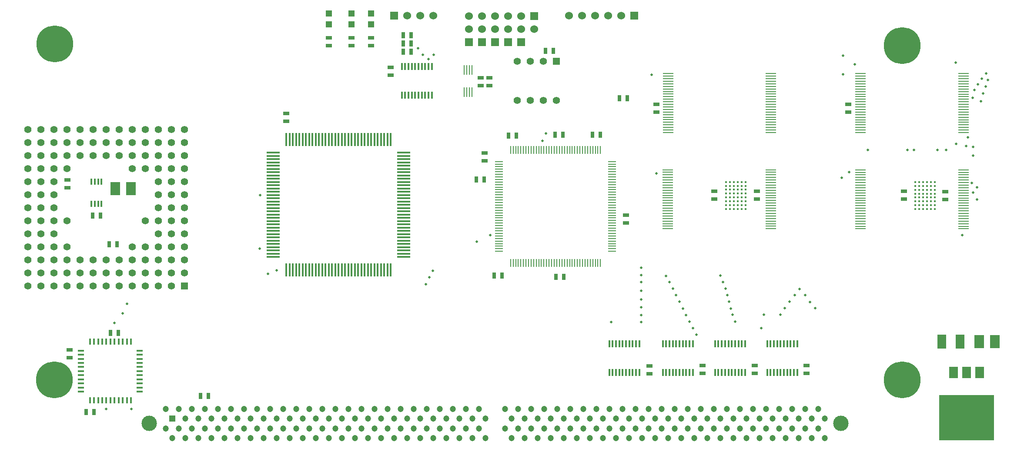
<source format=gts>
G04 (created by PCBNEW (2013-07-07 BZR 4022)-stable) date 2015-08-26 18:09:03*
%MOIN*%
G04 Gerber Fmt 3.4, Leading zero omitted, Abs format*
%FSLAX34Y34*%
G01*
G70*
G90*
G04 APERTURE LIST*
%ADD10C,0.00590551*%
%ADD11C,0.0161417*%
%ADD12C,0.055*%
%ADD13R,0.055X0.055*%
%ADD14R,0.0098X0.075*%
%ADD15R,0.0165X0.0579*%
%ADD16R,0.0787X0.0078*%
%ADD17R,0.06X0.01*%
%ADD18R,0.01X0.06*%
%ADD19R,0.07X0.11*%
%ADD20R,0.025X0.045*%
%ADD21R,0.045X0.025*%
%ADD22R,0.1X0.015*%
%ADD23R,0.015X0.1*%
%ADD24R,0.06X0.06*%
%ADD25C,0.06*%
%ADD26R,0.015X0.05*%
%ADD27R,0.0472X0.0472*%
%ADD28R,0.42X0.35*%
%ADD29R,0.07X0.09*%
%ADD30R,0.0768X0.0984*%
%ADD31R,0.016X0.05*%
%ADD32R,0.05X0.016*%
%ADD33C,0.0472441*%
%ADD34R,0.0472441X0.0472441*%
%ADD35C,0.11811*%
%ADD36C,0.28189*%
%ADD37C,0.019685*%
G04 APERTURE END LIST*
G54D10*
G54D11*
X84178Y-24761D03*
X83882Y-24761D03*
X83587Y-24761D03*
X83292Y-24761D03*
X82997Y-24761D03*
X82701Y-24761D03*
X84178Y-25056D03*
X83882Y-25056D03*
X83587Y-25056D03*
X83292Y-25056D03*
X82997Y-25056D03*
X82701Y-25056D03*
X84178Y-25352D03*
X84178Y-25647D03*
X84178Y-25942D03*
X84178Y-26237D03*
X84178Y-26533D03*
X84178Y-26828D03*
X83882Y-25352D03*
X83587Y-25352D03*
X83292Y-25352D03*
X82997Y-25352D03*
X82701Y-25352D03*
X83882Y-25647D03*
X83587Y-25647D03*
X83292Y-25647D03*
X82997Y-25647D03*
X82701Y-25647D03*
X83882Y-25942D03*
X83587Y-25942D03*
X83292Y-25942D03*
X82997Y-25942D03*
X82701Y-25942D03*
X83882Y-26237D03*
X83587Y-26237D03*
X83292Y-26237D03*
X82997Y-26237D03*
X82701Y-26237D03*
X83882Y-26533D03*
X83587Y-26533D03*
X83292Y-26533D03*
X82997Y-26533D03*
X82701Y-26533D03*
X83882Y-26828D03*
X83587Y-26828D03*
X83292Y-26828D03*
X82997Y-26828D03*
X82701Y-26828D03*
X69685Y-24751D03*
X69389Y-24751D03*
X69094Y-24751D03*
X68799Y-24751D03*
X68504Y-24751D03*
X68208Y-24751D03*
X69685Y-25046D03*
X69389Y-25046D03*
X69094Y-25046D03*
X68799Y-25046D03*
X68504Y-25046D03*
X68208Y-25046D03*
X69685Y-25342D03*
X69685Y-25637D03*
X69685Y-25932D03*
X69685Y-26227D03*
X69685Y-26523D03*
X69685Y-26818D03*
X69389Y-25342D03*
X69094Y-25342D03*
X68799Y-25342D03*
X68504Y-25342D03*
X68208Y-25342D03*
X69389Y-25637D03*
X69094Y-25637D03*
X68799Y-25637D03*
X68504Y-25637D03*
X68208Y-25637D03*
X69389Y-25932D03*
X69094Y-25932D03*
X68799Y-25932D03*
X68504Y-25932D03*
X68208Y-25932D03*
X69389Y-26227D03*
X69094Y-26227D03*
X68799Y-26227D03*
X68504Y-26227D03*
X68208Y-26227D03*
X69389Y-26523D03*
X69094Y-26523D03*
X68799Y-26523D03*
X68504Y-26523D03*
X68208Y-26523D03*
X69389Y-26818D03*
X69094Y-26818D03*
X68799Y-26818D03*
X68504Y-26818D03*
X68208Y-26818D03*
G54D12*
X26702Y-20728D03*
X25702Y-20728D03*
X24702Y-20728D03*
X26702Y-21728D03*
X25702Y-21728D03*
X24702Y-21728D03*
X26702Y-22728D03*
X25702Y-22728D03*
X24702Y-22728D03*
X26702Y-23728D03*
X25702Y-23728D03*
X24702Y-23728D03*
X26702Y-24728D03*
X25702Y-24728D03*
X24702Y-24728D03*
X26702Y-25728D03*
X25702Y-25728D03*
X24702Y-25728D03*
X26702Y-26728D03*
X25702Y-26728D03*
X24702Y-26728D03*
X26702Y-27728D03*
X25702Y-27728D03*
X24702Y-27728D03*
X26702Y-28728D03*
X25702Y-28728D03*
X24702Y-28728D03*
X26702Y-29728D03*
X25702Y-29728D03*
X24702Y-29728D03*
X26702Y-30728D03*
X25702Y-30728D03*
X24702Y-30728D03*
X23702Y-30728D03*
X22702Y-30728D03*
X21702Y-30728D03*
X20702Y-30728D03*
X19702Y-30728D03*
X18702Y-30728D03*
X17702Y-30728D03*
X16702Y-30728D03*
X15702Y-30728D03*
X14702Y-30728D03*
X26702Y-31728D03*
X25702Y-31728D03*
X24702Y-31728D03*
X23702Y-31728D03*
X22702Y-31728D03*
X21702Y-31728D03*
X20702Y-31728D03*
X19702Y-31728D03*
X18702Y-31728D03*
X17702Y-31728D03*
X16702Y-31728D03*
X15702Y-31728D03*
X14702Y-31728D03*
G54D13*
X26702Y-32728D03*
G54D12*
X25702Y-32728D03*
X24702Y-32728D03*
X23702Y-32728D03*
X22702Y-32728D03*
X21702Y-32728D03*
X20702Y-32728D03*
X19702Y-32728D03*
X18702Y-32728D03*
X17702Y-32728D03*
X16702Y-32728D03*
X15702Y-32728D03*
X14702Y-32728D03*
X23702Y-20728D03*
X22702Y-20728D03*
X21702Y-20728D03*
X20702Y-20728D03*
X19702Y-20728D03*
X18702Y-20728D03*
X17702Y-20728D03*
X16702Y-20728D03*
X15702Y-20728D03*
X14702Y-20728D03*
X23702Y-21728D03*
X22702Y-21728D03*
X21702Y-21728D03*
X20702Y-21728D03*
X19702Y-21728D03*
X18702Y-21728D03*
X17702Y-21728D03*
X16702Y-21728D03*
X15702Y-21728D03*
X14702Y-21728D03*
X23702Y-22728D03*
X22702Y-22728D03*
X21702Y-22728D03*
X20702Y-22728D03*
X19702Y-22728D03*
X18702Y-22728D03*
X17702Y-22728D03*
X16702Y-22728D03*
X15702Y-22728D03*
X14702Y-22728D03*
X16702Y-23728D03*
X15702Y-23728D03*
X14702Y-23728D03*
X16702Y-24728D03*
X15702Y-24728D03*
X14702Y-24728D03*
X16702Y-25728D03*
X15702Y-25728D03*
X14702Y-25728D03*
X16702Y-26728D03*
X15702Y-26728D03*
X14702Y-26728D03*
X16702Y-27728D03*
X15702Y-27728D03*
X14702Y-27728D03*
X16702Y-28728D03*
X15702Y-28728D03*
X14702Y-28728D03*
X16702Y-29728D03*
X15702Y-29728D03*
X14702Y-29728D03*
X23702Y-29728D03*
X23702Y-23728D03*
X17702Y-23728D03*
X17702Y-29728D03*
X22702Y-29728D03*
X22702Y-23728D03*
X23702Y-27728D03*
X17702Y-27728D03*
G54D14*
X48122Y-17856D03*
X48322Y-17856D03*
X48522Y-17856D03*
X48722Y-17856D03*
X48722Y-16156D03*
X48522Y-16156D03*
X48322Y-16156D03*
X48122Y-16156D03*
G54D15*
X60528Y-37148D03*
X60272Y-37148D03*
X60016Y-37148D03*
X59760Y-37148D03*
X61292Y-39350D03*
X61296Y-37148D03*
X61040Y-37148D03*
X60784Y-37148D03*
X59504Y-39352D03*
X59760Y-39352D03*
X60016Y-39352D03*
X60272Y-39352D03*
X60528Y-39352D03*
X60784Y-39352D03*
X59504Y-37148D03*
X61040Y-39350D03*
X61552Y-37148D03*
X59248Y-37148D03*
X59248Y-39352D03*
X61552Y-39352D03*
X68631Y-37146D03*
X68375Y-37146D03*
X68119Y-37146D03*
X67863Y-37146D03*
X69395Y-39348D03*
X69399Y-37146D03*
X69143Y-37146D03*
X68887Y-37146D03*
X67607Y-39350D03*
X67863Y-39350D03*
X68119Y-39350D03*
X68375Y-39350D03*
X68631Y-39350D03*
X68887Y-39350D03*
X67607Y-37146D03*
X69143Y-39348D03*
X69655Y-37146D03*
X67351Y-37146D03*
X67351Y-39350D03*
X69655Y-39350D03*
X64628Y-37148D03*
X64372Y-37148D03*
X64116Y-37148D03*
X63860Y-37148D03*
X65392Y-39350D03*
X65396Y-37148D03*
X65140Y-37148D03*
X64884Y-37148D03*
X63604Y-39352D03*
X63860Y-39352D03*
X64116Y-39352D03*
X64372Y-39352D03*
X64628Y-39352D03*
X64884Y-39352D03*
X63604Y-37148D03*
X65140Y-39350D03*
X65652Y-37148D03*
X63348Y-37148D03*
X63348Y-39352D03*
X65652Y-39352D03*
X72628Y-37146D03*
X72372Y-37146D03*
X72116Y-37146D03*
X71860Y-37146D03*
X73392Y-39348D03*
X73396Y-37146D03*
X73140Y-37146D03*
X72884Y-37146D03*
X71604Y-39350D03*
X71860Y-39350D03*
X72116Y-39350D03*
X72372Y-39350D03*
X72628Y-39350D03*
X72884Y-39350D03*
X71604Y-37146D03*
X73140Y-39348D03*
X73652Y-37146D03*
X71348Y-37146D03*
X71348Y-39350D03*
X73652Y-39350D03*
X44372Y-18102D03*
X44628Y-18102D03*
X44884Y-18102D03*
X45140Y-18102D03*
X43608Y-15900D03*
X43604Y-18102D03*
X43860Y-18102D03*
X44116Y-18102D03*
X45396Y-15898D03*
X45140Y-15898D03*
X44884Y-15898D03*
X44628Y-15898D03*
X44372Y-15898D03*
X44116Y-15898D03*
X45396Y-18102D03*
X43860Y-15900D03*
X43348Y-18102D03*
X45652Y-18102D03*
X45652Y-15898D03*
X43348Y-15898D03*
G54D16*
X86381Y-20965D03*
X86381Y-20768D03*
X86381Y-20572D03*
X86381Y-20375D03*
X86381Y-20178D03*
X86381Y-19981D03*
X86381Y-19784D03*
X86381Y-19587D03*
X86381Y-19390D03*
X86381Y-19194D03*
X86381Y-18997D03*
X86381Y-18800D03*
X86381Y-18604D03*
X86381Y-18407D03*
X86381Y-18210D03*
X86381Y-18014D03*
X86381Y-17817D03*
X86381Y-17620D03*
X86381Y-17423D03*
X86381Y-17226D03*
X86381Y-17029D03*
X86381Y-16832D03*
X86381Y-16636D03*
X86381Y-16439D03*
X78507Y-16439D03*
X78507Y-16636D03*
X78507Y-16832D03*
X78507Y-17029D03*
X78507Y-17226D03*
X78507Y-17423D03*
X78507Y-17620D03*
X78507Y-17817D03*
X78507Y-18014D03*
X78507Y-18210D03*
X78507Y-18407D03*
X78507Y-18604D03*
X78507Y-18800D03*
X78507Y-18997D03*
X78507Y-19194D03*
X78507Y-19390D03*
X78507Y-19587D03*
X78507Y-19784D03*
X78507Y-19981D03*
X78507Y-20178D03*
X78507Y-20375D03*
X78507Y-20572D03*
X78507Y-20768D03*
X78507Y-20965D03*
X71627Y-20963D03*
X71627Y-20766D03*
X71627Y-20570D03*
X71627Y-20373D03*
X71627Y-20176D03*
X71627Y-19979D03*
X71627Y-19782D03*
X71627Y-19585D03*
X71627Y-19388D03*
X71627Y-19192D03*
X71627Y-18995D03*
X71627Y-18798D03*
X71627Y-18602D03*
X71627Y-18405D03*
X71627Y-18208D03*
X71627Y-18012D03*
X71627Y-17815D03*
X71627Y-17618D03*
X71627Y-17421D03*
X71627Y-17224D03*
X71627Y-17027D03*
X71627Y-16830D03*
X71627Y-16634D03*
X71627Y-16437D03*
X63753Y-16437D03*
X63753Y-16634D03*
X63753Y-16830D03*
X63753Y-17027D03*
X63753Y-17224D03*
X63753Y-17421D03*
X63753Y-17618D03*
X63753Y-17815D03*
X63753Y-18012D03*
X63753Y-18208D03*
X63753Y-18405D03*
X63753Y-18602D03*
X63753Y-18798D03*
X63753Y-18995D03*
X63753Y-19192D03*
X63753Y-19388D03*
X63753Y-19585D03*
X63753Y-19782D03*
X63753Y-19979D03*
X63753Y-20176D03*
X63753Y-20373D03*
X63753Y-20570D03*
X63753Y-20766D03*
X63753Y-20963D03*
X71609Y-28340D03*
X71609Y-28143D03*
X71609Y-27947D03*
X71609Y-27750D03*
X71609Y-27553D03*
X71609Y-27356D03*
X71609Y-27159D03*
X71609Y-26962D03*
X71609Y-26765D03*
X71609Y-26569D03*
X71609Y-26372D03*
X71609Y-26175D03*
X71609Y-25979D03*
X71609Y-25782D03*
X71609Y-25585D03*
X71609Y-25389D03*
X71609Y-25192D03*
X71609Y-24995D03*
X71609Y-24798D03*
X71609Y-24601D03*
X71609Y-24404D03*
X71609Y-24207D03*
X71609Y-24011D03*
X71609Y-23814D03*
X63735Y-23814D03*
X63735Y-24011D03*
X63735Y-24207D03*
X63735Y-24404D03*
X63735Y-24601D03*
X63735Y-24798D03*
X63735Y-24995D03*
X63735Y-25192D03*
X63735Y-25389D03*
X63735Y-25585D03*
X63735Y-25782D03*
X63735Y-25979D03*
X63735Y-26175D03*
X63735Y-26372D03*
X63735Y-26569D03*
X63735Y-26765D03*
X63735Y-26962D03*
X63735Y-27159D03*
X63735Y-27356D03*
X63735Y-27553D03*
X63735Y-27750D03*
X63735Y-27947D03*
X63735Y-28143D03*
X63735Y-28340D03*
X86381Y-28344D03*
X86381Y-28147D03*
X86381Y-27951D03*
X86381Y-27754D03*
X86381Y-27557D03*
X86381Y-27360D03*
X86381Y-27163D03*
X86381Y-26966D03*
X86381Y-26769D03*
X86381Y-26573D03*
X86381Y-26376D03*
X86381Y-26179D03*
X86381Y-25983D03*
X86381Y-25786D03*
X86381Y-25589D03*
X86381Y-25393D03*
X86381Y-25196D03*
X86381Y-24999D03*
X86381Y-24802D03*
X86381Y-24605D03*
X86381Y-24408D03*
X86381Y-24211D03*
X86381Y-24015D03*
X86381Y-23818D03*
X78507Y-23818D03*
X78507Y-24015D03*
X78507Y-24211D03*
X78507Y-24408D03*
X78507Y-24605D03*
X78507Y-24802D03*
X78507Y-24999D03*
X78507Y-25196D03*
X78507Y-25393D03*
X78507Y-25589D03*
X78507Y-25786D03*
X78507Y-25983D03*
X78507Y-26179D03*
X78507Y-26376D03*
X78507Y-26573D03*
X78507Y-26769D03*
X78507Y-26966D03*
X78507Y-27163D03*
X78507Y-27360D03*
X78507Y-27557D03*
X78507Y-27754D03*
X78507Y-27951D03*
X78507Y-28147D03*
X78507Y-28344D03*
G54D17*
X50800Y-23180D03*
X50800Y-23380D03*
X50800Y-23575D03*
X50800Y-23770D03*
X50800Y-23970D03*
X50800Y-24165D03*
X50800Y-24360D03*
X50800Y-24560D03*
X50800Y-24755D03*
X50800Y-24950D03*
X50800Y-25150D03*
X50800Y-25345D03*
X50800Y-25540D03*
X50800Y-25740D03*
X50800Y-25935D03*
X50800Y-26130D03*
X50800Y-26330D03*
X50800Y-26525D03*
X50800Y-26725D03*
X50800Y-26920D03*
X50800Y-27120D03*
X50800Y-27315D03*
X50800Y-27510D03*
X50800Y-27710D03*
X50800Y-27905D03*
X50800Y-28100D03*
X50800Y-28300D03*
X50800Y-28495D03*
X50800Y-28690D03*
X50800Y-28890D03*
X50800Y-29085D03*
X50800Y-29280D03*
X50800Y-29480D03*
X50800Y-29675D03*
X50800Y-29870D03*
X50800Y-30070D03*
G54D18*
X57390Y-30950D03*
X57585Y-30950D03*
X57780Y-30950D03*
X57980Y-30950D03*
X58175Y-30950D03*
X58370Y-30950D03*
X58570Y-30950D03*
X57585Y-22300D03*
X57390Y-22300D03*
X57190Y-22300D03*
X56995Y-22300D03*
X56800Y-22300D03*
X56600Y-22300D03*
X56405Y-22300D03*
X56210Y-22300D03*
X56010Y-22300D03*
X55815Y-22300D03*
X55620Y-22300D03*
X55420Y-22300D03*
X55225Y-22300D03*
X55025Y-22300D03*
X54830Y-22300D03*
X54630Y-22300D03*
X54435Y-22300D03*
X54240Y-22300D03*
X54040Y-22300D03*
X53845Y-22300D03*
X53650Y-22300D03*
X53450Y-22300D03*
X53255Y-22300D03*
X53060Y-22300D03*
X52860Y-22300D03*
X52665Y-22300D03*
X52470Y-22300D03*
X52270Y-22300D03*
X52075Y-22300D03*
X51880Y-22300D03*
X51680Y-22300D03*
X51680Y-30950D03*
X51880Y-30950D03*
X52075Y-30950D03*
X52270Y-30950D03*
X52470Y-30950D03*
X52665Y-30950D03*
X52860Y-30950D03*
X53060Y-30950D03*
X53255Y-30950D03*
X53450Y-30950D03*
X53650Y-30950D03*
X53845Y-30950D03*
X54040Y-30950D03*
X54240Y-30950D03*
X54435Y-30950D03*
X54630Y-30950D03*
X54830Y-30950D03*
X55025Y-30950D03*
X55225Y-30950D03*
X55420Y-30950D03*
X55620Y-30950D03*
X55815Y-30950D03*
X56010Y-30950D03*
X56210Y-30950D03*
X56405Y-30950D03*
X56600Y-30950D03*
X56800Y-30950D03*
X56995Y-30950D03*
X57190Y-30950D03*
G54D17*
X59450Y-29085D03*
X59450Y-28890D03*
X59450Y-28690D03*
X59450Y-28495D03*
X59450Y-28300D03*
X59450Y-28100D03*
X59450Y-27905D03*
X59450Y-27710D03*
X59450Y-27510D03*
X59450Y-27315D03*
X59450Y-27120D03*
X59450Y-26920D03*
X59450Y-26725D03*
X59450Y-26525D03*
X59450Y-26330D03*
X59450Y-26130D03*
X59450Y-25935D03*
X59450Y-25740D03*
X59450Y-25540D03*
X59450Y-25345D03*
X59450Y-25150D03*
X59450Y-24950D03*
X59450Y-24755D03*
X59450Y-24560D03*
X59450Y-24360D03*
X59450Y-24165D03*
X59450Y-23970D03*
X59450Y-23770D03*
X59450Y-23575D03*
X59450Y-23380D03*
X59450Y-23180D03*
X59450Y-30070D03*
X59450Y-29870D03*
X59450Y-29675D03*
X59450Y-29480D03*
X59450Y-29280D03*
G54D18*
X58570Y-22300D03*
X58370Y-22300D03*
X58175Y-22300D03*
X57980Y-22300D03*
X57780Y-22300D03*
G54D19*
X86133Y-37007D03*
X84733Y-37007D03*
G54D20*
X54946Y-14686D03*
X54346Y-14686D03*
G54D21*
X42500Y-16550D03*
X42500Y-15950D03*
X50050Y-16750D03*
X50050Y-17350D03*
G54D20*
X19651Y-27313D03*
X20251Y-27313D03*
G54D21*
X49400Y-16750D03*
X49400Y-17350D03*
X77553Y-18810D03*
X77553Y-19410D03*
X62865Y-18812D03*
X62865Y-19412D03*
X60520Y-27900D03*
X60520Y-27300D03*
G54D20*
X55075Y-21125D03*
X55675Y-21125D03*
G54D21*
X34500Y-20090D03*
X34500Y-19490D03*
X62330Y-39450D03*
X62330Y-38850D03*
X70400Y-39430D03*
X70400Y-38830D03*
X74350Y-39420D03*
X74350Y-38820D03*
X66380Y-39430D03*
X66380Y-38830D03*
G54D20*
X55170Y-32030D03*
X55770Y-32030D03*
X49644Y-24552D03*
X49044Y-24552D03*
X27930Y-41170D03*
X28530Y-41170D03*
X60040Y-18340D03*
X60640Y-18340D03*
X44050Y-14774D03*
X43450Y-14774D03*
G54D21*
X41000Y-14300D03*
X41000Y-13700D03*
X39500Y-14300D03*
X39500Y-13700D03*
X37750Y-14300D03*
X37750Y-13700D03*
G54D20*
X43450Y-13500D03*
X44050Y-13500D03*
X43450Y-14140D03*
X44050Y-14140D03*
G54D22*
X33500Y-26500D03*
X33500Y-26750D03*
X33500Y-27000D03*
X33500Y-27250D03*
X33500Y-27500D03*
X33500Y-27750D03*
X33500Y-28000D03*
X33500Y-28250D03*
X33500Y-28500D03*
X33500Y-28750D03*
X33500Y-29000D03*
X33500Y-29250D03*
X33500Y-29500D03*
X33500Y-29750D03*
X33500Y-30000D03*
X33500Y-30250D03*
X33500Y-30500D03*
G54D23*
X34500Y-31500D03*
X34750Y-31500D03*
X35000Y-31500D03*
X35250Y-31500D03*
X35500Y-31500D03*
X35750Y-31500D03*
X36000Y-31500D03*
X36250Y-31500D03*
X36500Y-31500D03*
X36750Y-31500D03*
X37000Y-31500D03*
X37250Y-31500D03*
X37500Y-31500D03*
X37750Y-31500D03*
X38000Y-31500D03*
X38250Y-31500D03*
X38500Y-31500D03*
X38750Y-31500D03*
X39000Y-31500D03*
X39250Y-31500D03*
X39500Y-31500D03*
X39750Y-31500D03*
X40000Y-31500D03*
X40250Y-31500D03*
X40500Y-31500D03*
X40750Y-31500D03*
X41000Y-31500D03*
X41250Y-31500D03*
X41500Y-31500D03*
X41750Y-31500D03*
X42000Y-31500D03*
X42250Y-31500D03*
X42500Y-31500D03*
X42500Y-21500D03*
X42250Y-21500D03*
X42000Y-21500D03*
X41750Y-21500D03*
X41500Y-21500D03*
X41250Y-21500D03*
X41000Y-21500D03*
X40750Y-21500D03*
X40500Y-21500D03*
X40250Y-21500D03*
X40000Y-21500D03*
X39750Y-21500D03*
X39500Y-21500D03*
X39250Y-21500D03*
X39000Y-21500D03*
X38750Y-21500D03*
X38500Y-21500D03*
X38250Y-21500D03*
X38000Y-21500D03*
X37750Y-21500D03*
X37500Y-21500D03*
X37250Y-21500D03*
X37000Y-21500D03*
X36750Y-21500D03*
X36500Y-21500D03*
X36250Y-21500D03*
X36000Y-21500D03*
X35750Y-21500D03*
X35500Y-21500D03*
X35250Y-21500D03*
X35000Y-21500D03*
X34750Y-21500D03*
X34500Y-21500D03*
G54D22*
X33500Y-22500D03*
X33500Y-22750D03*
X33500Y-23000D03*
X33500Y-23250D03*
X33500Y-23500D03*
X33500Y-23750D03*
X33500Y-24000D03*
X33500Y-24250D03*
X33500Y-24500D03*
X33500Y-24750D03*
X33500Y-25000D03*
X33500Y-25250D03*
X33500Y-25500D03*
X33500Y-25750D03*
X33500Y-26000D03*
X33500Y-26250D03*
X43500Y-30500D03*
X43500Y-30250D03*
X43500Y-30000D03*
X43500Y-29750D03*
X43500Y-29500D03*
X43500Y-29250D03*
X43500Y-29000D03*
X43500Y-28750D03*
X43500Y-28500D03*
X43500Y-28250D03*
X43500Y-28000D03*
X43500Y-27750D03*
X43500Y-27500D03*
X43500Y-27250D03*
X43500Y-27000D03*
X43500Y-26750D03*
X43500Y-26500D03*
X43500Y-26250D03*
X43500Y-25750D03*
X43500Y-25500D03*
X43500Y-25250D03*
X43500Y-25000D03*
X43500Y-24750D03*
X43500Y-24500D03*
X43500Y-24250D03*
X43500Y-24000D03*
X43500Y-23750D03*
X43500Y-23500D03*
X43500Y-23250D03*
X43500Y-23000D03*
X43500Y-22750D03*
X43500Y-22500D03*
X43500Y-26000D03*
G54D24*
X42750Y-12000D03*
G54D25*
X43750Y-12000D03*
X44750Y-12000D03*
X45750Y-12000D03*
G54D24*
X48480Y-14020D03*
G54D25*
X48480Y-13020D03*
X48480Y-12020D03*
G54D24*
X49480Y-14020D03*
G54D25*
X49480Y-13020D03*
X49480Y-12020D03*
G54D24*
X50480Y-14020D03*
G54D25*
X50480Y-13020D03*
X50480Y-12020D03*
G54D24*
X53480Y-12020D03*
G54D25*
X53480Y-13020D03*
G54D24*
X61152Y-12012D03*
G54D25*
X60152Y-12012D03*
X59152Y-12012D03*
X58152Y-12012D03*
X57152Y-12012D03*
X56152Y-12012D03*
G54D26*
X20335Y-24713D03*
X20079Y-24713D03*
X19823Y-24713D03*
X19567Y-24713D03*
X19567Y-26413D03*
X19823Y-26413D03*
X20079Y-26413D03*
X20335Y-26413D03*
G54D27*
X37750Y-11837D03*
X37750Y-12663D03*
X41000Y-11837D03*
X41000Y-12663D03*
X39500Y-11837D03*
X39500Y-12663D03*
G54D28*
X86614Y-42820D03*
G54D29*
X86614Y-39370D03*
X87614Y-39370D03*
X85614Y-39370D03*
G54D13*
X55190Y-15510D03*
G54D12*
X54190Y-15510D03*
X53190Y-15510D03*
X52190Y-15510D03*
X52190Y-18510D03*
X53190Y-18510D03*
X54190Y-18510D03*
X55190Y-18510D03*
G54D30*
X88788Y-37007D03*
X87588Y-37007D03*
G54D21*
X70566Y-25464D03*
X70566Y-26064D03*
X81840Y-26062D03*
X81840Y-25462D03*
X67290Y-26076D03*
X67290Y-25476D03*
X84987Y-25481D03*
X84987Y-26081D03*
X17710Y-24590D03*
X17710Y-25190D03*
G54D20*
X21531Y-29543D03*
X20931Y-29543D03*
G54D30*
X21400Y-25250D03*
X22600Y-25250D03*
G54D24*
X51480Y-14020D03*
G54D25*
X51480Y-13020D03*
X51480Y-12020D03*
G54D24*
X52490Y-14020D03*
G54D25*
X52490Y-13020D03*
X52490Y-12020D03*
G54D31*
X21020Y-41510D03*
X21335Y-41510D03*
X21650Y-41510D03*
X21965Y-41510D03*
X22280Y-41510D03*
X22595Y-41510D03*
X20705Y-41510D03*
X20390Y-41510D03*
X20075Y-41510D03*
X19760Y-41510D03*
X19445Y-41510D03*
X21020Y-37010D03*
X21335Y-37010D03*
X21650Y-37010D03*
X21965Y-37010D03*
X22280Y-37010D03*
X22595Y-37010D03*
X20705Y-37010D03*
X20390Y-37010D03*
X20075Y-37010D03*
X19760Y-37010D03*
X19445Y-37010D03*
G54D32*
X23270Y-39260D03*
X18770Y-39260D03*
X23270Y-38945D03*
X18770Y-38945D03*
X18770Y-38630D03*
X23270Y-38630D03*
X23270Y-38315D03*
X18770Y-38315D03*
X18770Y-38000D03*
X23270Y-38000D03*
X23270Y-37685D03*
X18770Y-37685D03*
X18770Y-39575D03*
X23270Y-39575D03*
X23270Y-39890D03*
X18770Y-39890D03*
X18770Y-40205D03*
X23270Y-40205D03*
X23270Y-40520D03*
X18770Y-40520D03*
X18770Y-40835D03*
X23270Y-40835D03*
G54D20*
X21627Y-36318D03*
X21027Y-36318D03*
G54D21*
X17901Y-38231D03*
X17901Y-37631D03*
G54D20*
X19758Y-42404D03*
X19158Y-42404D03*
G54D33*
X51750Y-44400D03*
X51750Y-42900D03*
X51250Y-43650D03*
X51250Y-42150D03*
X52250Y-42150D03*
X52250Y-43650D03*
X52750Y-42900D03*
X52750Y-44400D03*
X54750Y-44400D03*
X54750Y-42900D03*
X54250Y-43650D03*
X54250Y-42150D03*
X53250Y-42150D03*
X53250Y-43650D03*
X53750Y-42900D03*
X53750Y-44400D03*
X57750Y-44400D03*
X57750Y-42900D03*
X57250Y-43650D03*
X57250Y-42150D03*
X58250Y-42150D03*
X58250Y-43650D03*
X58750Y-42900D03*
X58750Y-44400D03*
X56750Y-44400D03*
X56750Y-42900D03*
X56250Y-43650D03*
X56250Y-42150D03*
X55250Y-42150D03*
X55250Y-43650D03*
X55750Y-42900D03*
X55750Y-44400D03*
X63750Y-44400D03*
X63750Y-42900D03*
X63250Y-43650D03*
X63250Y-42150D03*
X64250Y-42150D03*
X64250Y-43650D03*
X64750Y-42900D03*
X64750Y-44400D03*
X66750Y-44400D03*
X66750Y-42900D03*
X66250Y-43650D03*
X66250Y-42150D03*
X65250Y-42150D03*
X65250Y-43650D03*
X65750Y-42900D03*
X65750Y-44400D03*
X61750Y-44400D03*
X61750Y-42900D03*
X61250Y-43650D03*
X61250Y-42150D03*
X62250Y-42150D03*
X62250Y-43650D03*
X62750Y-42900D03*
X62750Y-44400D03*
X60750Y-44400D03*
X60750Y-42900D03*
X60250Y-43650D03*
X60250Y-42150D03*
X59250Y-42150D03*
X59250Y-43650D03*
X59750Y-42900D03*
X59750Y-44400D03*
X68750Y-44400D03*
X68750Y-42900D03*
X68250Y-43650D03*
X68250Y-42150D03*
X69250Y-42150D03*
X69250Y-43650D03*
X69750Y-42900D03*
X69750Y-44400D03*
X71750Y-44400D03*
X71750Y-42900D03*
X71250Y-43650D03*
X71250Y-42150D03*
X70250Y-42150D03*
X70250Y-43650D03*
X70750Y-42900D03*
X70750Y-44400D03*
X74750Y-44400D03*
X74750Y-42900D03*
X74250Y-43650D03*
X74250Y-42150D03*
X75250Y-42150D03*
X75250Y-43650D03*
X75750Y-42900D03*
X75750Y-44400D03*
X73750Y-44400D03*
X73750Y-42900D03*
X73250Y-43650D03*
X73250Y-42150D03*
X72250Y-42150D03*
X72250Y-43650D03*
X72750Y-42900D03*
X72750Y-44400D03*
X67750Y-44400D03*
X67750Y-42900D03*
X67250Y-43650D03*
X67250Y-42150D03*
X41250Y-42150D03*
X41250Y-43650D03*
X41750Y-42900D03*
X41750Y-44400D03*
X46750Y-44400D03*
X46750Y-42900D03*
X46250Y-43650D03*
X46250Y-42150D03*
X47250Y-42150D03*
X47250Y-43650D03*
X47750Y-42900D03*
X47750Y-44400D03*
X49750Y-44400D03*
X49750Y-42900D03*
X49250Y-43650D03*
X49250Y-42150D03*
X48250Y-42150D03*
X48250Y-43650D03*
X48750Y-42900D03*
X48750Y-44400D03*
X44750Y-44400D03*
X44750Y-42900D03*
X44250Y-43650D03*
X44250Y-42150D03*
X45250Y-42150D03*
X45250Y-43650D03*
X45750Y-42900D03*
X45750Y-44400D03*
X43750Y-44400D03*
X43750Y-42900D03*
X43250Y-43650D03*
X43250Y-42150D03*
X42250Y-42150D03*
X42250Y-43650D03*
X42750Y-42900D03*
X42750Y-44400D03*
X33750Y-44400D03*
X33750Y-42900D03*
X33250Y-43650D03*
X33250Y-42150D03*
X34250Y-42150D03*
X34250Y-43650D03*
X34750Y-42900D03*
X34750Y-44400D03*
X36750Y-44400D03*
X36750Y-42900D03*
X36250Y-43650D03*
X36250Y-42150D03*
X35250Y-42150D03*
X35250Y-43650D03*
X35750Y-42900D03*
X35750Y-44400D03*
X39750Y-44400D03*
X39750Y-42900D03*
X39250Y-43650D03*
X39250Y-42150D03*
X40250Y-42150D03*
X40250Y-43650D03*
X40750Y-42900D03*
X40750Y-44400D03*
X38750Y-44400D03*
X38750Y-42900D03*
X38250Y-43650D03*
X38250Y-42150D03*
X37250Y-42150D03*
X37250Y-43650D03*
X37750Y-42900D03*
X37750Y-44400D03*
X29750Y-44400D03*
X29750Y-42900D03*
X29250Y-43650D03*
X29250Y-42150D03*
X30250Y-42150D03*
X30250Y-43650D03*
X30750Y-42900D03*
X30750Y-44400D03*
X32750Y-44400D03*
X32750Y-42900D03*
X32250Y-43650D03*
X32250Y-42150D03*
X31250Y-42150D03*
X31250Y-43650D03*
X31750Y-42900D03*
X31750Y-44400D03*
X27750Y-44400D03*
X27750Y-42900D03*
X27250Y-43650D03*
X27250Y-42150D03*
X28250Y-42150D03*
X28250Y-43650D03*
X28750Y-42900D03*
X28750Y-44400D03*
X26750Y-44400D03*
X26750Y-42900D03*
X26250Y-43650D03*
X26250Y-42150D03*
X25250Y-42150D03*
X25250Y-43650D03*
G54D34*
X25750Y-42900D03*
G54D33*
X25750Y-44400D03*
G54D35*
X77000Y-43250D03*
X24000Y-43250D03*
G54D20*
X52134Y-21183D03*
X51534Y-21183D03*
X58557Y-21132D03*
X57957Y-21132D03*
X51022Y-31927D03*
X50422Y-31927D03*
G54D21*
X49676Y-23115D03*
X49676Y-22515D03*
G54D36*
X81697Y-39928D03*
X81697Y-14294D03*
X16772Y-14175D03*
X16737Y-39928D03*
G54D37*
X63603Y-31946D03*
X63860Y-32445D03*
X64120Y-32945D03*
X64370Y-33445D03*
X64625Y-33945D03*
X64885Y-34450D03*
X65140Y-34950D03*
X65395Y-35455D03*
X65650Y-35955D03*
X65910Y-36455D03*
X68890Y-35460D03*
X68695Y-34945D03*
X68550Y-34450D03*
X68420Y-33945D03*
X68290Y-33445D03*
X68155Y-32945D03*
X67960Y-32435D03*
X67760Y-31945D03*
X70880Y-35950D03*
X71105Y-34945D03*
X72350Y-34945D03*
X72700Y-34445D03*
X73060Y-33945D03*
X73450Y-33440D03*
X73835Y-32950D03*
X74265Y-33440D03*
X74620Y-33950D03*
X75040Y-34440D03*
X61690Y-31320D03*
X61690Y-31885D03*
X61690Y-32430D03*
X61690Y-33110D03*
X61690Y-33770D03*
X61690Y-34355D03*
X61690Y-34960D03*
X61690Y-35510D03*
X59395Y-35505D03*
X82580Y-22295D03*
X82075Y-22295D03*
X79060Y-22295D03*
X78060Y-15725D03*
X88110Y-16440D03*
X88265Y-16930D03*
X87785Y-16840D03*
X88075Y-17435D03*
X87505Y-17255D03*
X87875Y-17965D03*
X87220Y-17685D03*
X87715Y-18555D03*
X87100Y-18310D03*
X87110Y-25555D03*
X87440Y-25160D03*
X87030Y-24820D03*
X85825Y-21845D03*
X86710Y-21330D03*
X86585Y-22010D03*
X87135Y-22050D03*
X87135Y-22735D03*
X77165Y-16500D03*
X77155Y-15070D03*
X77620Y-23980D03*
X77045Y-24435D03*
X86300Y-28840D03*
X85060Y-22295D03*
X84400Y-22295D03*
X85795Y-15595D03*
X62490Y-16520D03*
X62850Y-24090D03*
X44605Y-14485D03*
X44960Y-14980D03*
X45390Y-15330D03*
X45780Y-14980D03*
X50110Y-28815D03*
X49075Y-29315D03*
X33745Y-31515D03*
X33100Y-31790D03*
X54115Y-21605D03*
X54390Y-21015D03*
X45205Y-32580D03*
X45450Y-32055D03*
X45730Y-31575D03*
X21330Y-35565D03*
X21960Y-34845D03*
X22275Y-34105D03*
X22615Y-42155D03*
X20705Y-42155D03*
X32450Y-29850D03*
X32485Y-25755D03*
X87425Y-26095D03*
M02*

</source>
